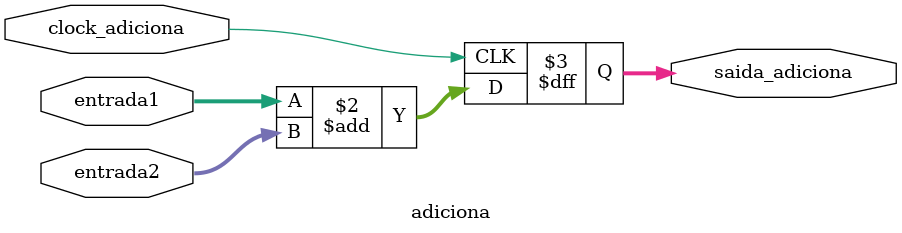
<source format=v>
module adiciona(entrada1, entrada2, saida_adiciona, clock_adiciona);

	input[31:0] entrada1;
	input[31:0] entrada2; //1 ou imediato
	output reg [31:0] saida_adiciona;
	
	input clock_adiciona;
	
	always @ (posedge clock_adiciona)
	
	begin
		saida_adiciona = entrada1 + entrada2;
	end


endmodule 
</source>
